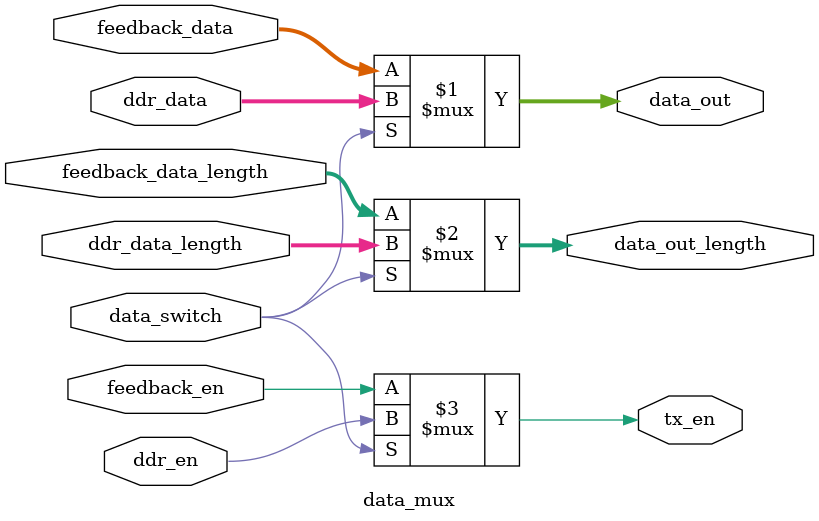
<source format=v>
`timescale 1ns / 1ps


module data_mux(
    input [63:0] feedback_data,
    input [7:0] feedback_data_length,
    input [63:0] ddr_data,
    input [7:0] ddr_data_length,
    input data_switch,
    input feedback_en,
    input ddr_en,
    output tx_en,
    output [63:0] data_out,
    output [7:0] data_out_length
    );

    assign data_out = data_switch?ddr_data:feedback_data;
    assign data_out_length = data_switch?ddr_data_length:feedback_data_length;
    assign tx_en = data_switch?ddr_en:feedback_en;
    
endmodule

</source>
